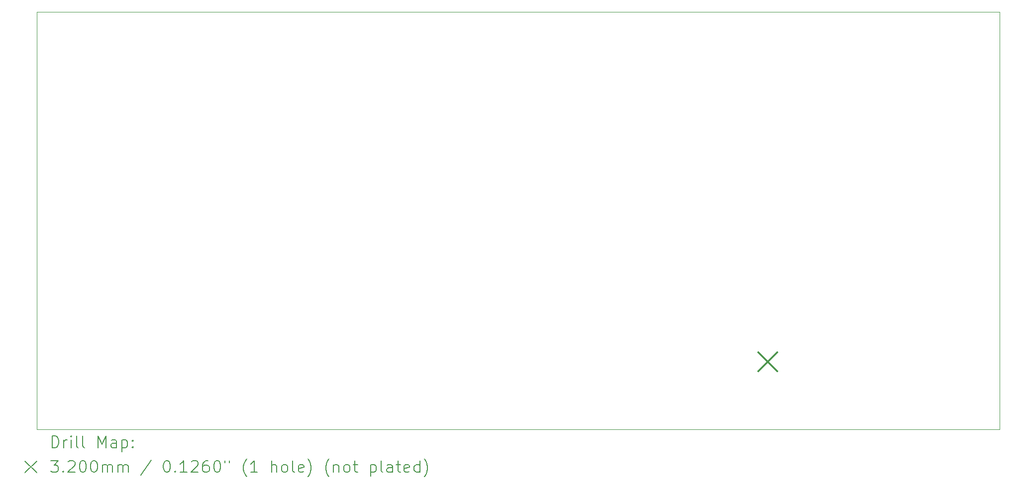
<source format=gbr>
%TF.GenerationSoftware,KiCad,Pcbnew,8.0.8*%
%TF.CreationDate,2025-03-28T10:57:33-04:00*%
%TF.ProjectId,rear_lights_unit,72656172-5f6c-4696-9768-74735f756e69,0*%
%TF.SameCoordinates,Original*%
%TF.FileFunction,Drillmap*%
%TF.FilePolarity,Positive*%
%FSLAX45Y45*%
G04 Gerber Fmt 4.5, Leading zero omitted, Abs format (unit mm)*
G04 Created by KiCad (PCBNEW 8.0.8) date 2025-03-28 10:57:33*
%MOMM*%
%LPD*%
G01*
G04 APERTURE LIST*
%ADD10C,0.050000*%
%ADD11C,0.200000*%
%ADD12C,0.320000*%
G04 APERTURE END LIST*
D10*
X5207000Y-5080000D02*
X21590000Y-5080000D01*
X21590000Y-12192000D01*
X5207000Y-12192000D01*
X5207000Y-5080000D01*
D11*
D12*
X17480510Y-10885210D02*
X17800510Y-11205210D01*
X17800510Y-10885210D02*
X17480510Y-11205210D01*
D11*
X5465277Y-12505984D02*
X5465277Y-12305984D01*
X5465277Y-12305984D02*
X5512896Y-12305984D01*
X5512896Y-12305984D02*
X5541467Y-12315508D01*
X5541467Y-12315508D02*
X5560515Y-12334555D01*
X5560515Y-12334555D02*
X5570039Y-12353603D01*
X5570039Y-12353603D02*
X5579563Y-12391698D01*
X5579563Y-12391698D02*
X5579563Y-12420269D01*
X5579563Y-12420269D02*
X5570039Y-12458365D01*
X5570039Y-12458365D02*
X5560515Y-12477412D01*
X5560515Y-12477412D02*
X5541467Y-12496460D01*
X5541467Y-12496460D02*
X5512896Y-12505984D01*
X5512896Y-12505984D02*
X5465277Y-12505984D01*
X5665277Y-12505984D02*
X5665277Y-12372650D01*
X5665277Y-12410746D02*
X5674801Y-12391698D01*
X5674801Y-12391698D02*
X5684324Y-12382174D01*
X5684324Y-12382174D02*
X5703372Y-12372650D01*
X5703372Y-12372650D02*
X5722420Y-12372650D01*
X5789086Y-12505984D02*
X5789086Y-12372650D01*
X5789086Y-12305984D02*
X5779562Y-12315508D01*
X5779562Y-12315508D02*
X5789086Y-12325031D01*
X5789086Y-12325031D02*
X5798610Y-12315508D01*
X5798610Y-12315508D02*
X5789086Y-12305984D01*
X5789086Y-12305984D02*
X5789086Y-12325031D01*
X5912896Y-12505984D02*
X5893848Y-12496460D01*
X5893848Y-12496460D02*
X5884324Y-12477412D01*
X5884324Y-12477412D02*
X5884324Y-12305984D01*
X6017658Y-12505984D02*
X5998610Y-12496460D01*
X5998610Y-12496460D02*
X5989086Y-12477412D01*
X5989086Y-12477412D02*
X5989086Y-12305984D01*
X6246229Y-12505984D02*
X6246229Y-12305984D01*
X6246229Y-12305984D02*
X6312896Y-12448841D01*
X6312896Y-12448841D02*
X6379562Y-12305984D01*
X6379562Y-12305984D02*
X6379562Y-12505984D01*
X6560515Y-12505984D02*
X6560515Y-12401222D01*
X6560515Y-12401222D02*
X6550991Y-12382174D01*
X6550991Y-12382174D02*
X6531943Y-12372650D01*
X6531943Y-12372650D02*
X6493848Y-12372650D01*
X6493848Y-12372650D02*
X6474801Y-12382174D01*
X6560515Y-12496460D02*
X6541467Y-12505984D01*
X6541467Y-12505984D02*
X6493848Y-12505984D01*
X6493848Y-12505984D02*
X6474801Y-12496460D01*
X6474801Y-12496460D02*
X6465277Y-12477412D01*
X6465277Y-12477412D02*
X6465277Y-12458365D01*
X6465277Y-12458365D02*
X6474801Y-12439317D01*
X6474801Y-12439317D02*
X6493848Y-12429793D01*
X6493848Y-12429793D02*
X6541467Y-12429793D01*
X6541467Y-12429793D02*
X6560515Y-12420269D01*
X6655753Y-12372650D02*
X6655753Y-12572650D01*
X6655753Y-12382174D02*
X6674801Y-12372650D01*
X6674801Y-12372650D02*
X6712896Y-12372650D01*
X6712896Y-12372650D02*
X6731943Y-12382174D01*
X6731943Y-12382174D02*
X6741467Y-12391698D01*
X6741467Y-12391698D02*
X6750991Y-12410746D01*
X6750991Y-12410746D02*
X6750991Y-12467888D01*
X6750991Y-12467888D02*
X6741467Y-12486936D01*
X6741467Y-12486936D02*
X6731943Y-12496460D01*
X6731943Y-12496460D02*
X6712896Y-12505984D01*
X6712896Y-12505984D02*
X6674801Y-12505984D01*
X6674801Y-12505984D02*
X6655753Y-12496460D01*
X6836705Y-12486936D02*
X6846229Y-12496460D01*
X6846229Y-12496460D02*
X6836705Y-12505984D01*
X6836705Y-12505984D02*
X6827182Y-12496460D01*
X6827182Y-12496460D02*
X6836705Y-12486936D01*
X6836705Y-12486936D02*
X6836705Y-12505984D01*
X6836705Y-12382174D02*
X6846229Y-12391698D01*
X6846229Y-12391698D02*
X6836705Y-12401222D01*
X6836705Y-12401222D02*
X6827182Y-12391698D01*
X6827182Y-12391698D02*
X6836705Y-12382174D01*
X6836705Y-12382174D02*
X6836705Y-12401222D01*
X5004500Y-12734500D02*
X5204500Y-12934500D01*
X5204500Y-12734500D02*
X5004500Y-12934500D01*
X5446229Y-12725984D02*
X5570039Y-12725984D01*
X5570039Y-12725984D02*
X5503372Y-12802174D01*
X5503372Y-12802174D02*
X5531944Y-12802174D01*
X5531944Y-12802174D02*
X5550991Y-12811698D01*
X5550991Y-12811698D02*
X5560515Y-12821222D01*
X5560515Y-12821222D02*
X5570039Y-12840269D01*
X5570039Y-12840269D02*
X5570039Y-12887888D01*
X5570039Y-12887888D02*
X5560515Y-12906936D01*
X5560515Y-12906936D02*
X5550991Y-12916460D01*
X5550991Y-12916460D02*
X5531944Y-12925984D01*
X5531944Y-12925984D02*
X5474801Y-12925984D01*
X5474801Y-12925984D02*
X5455753Y-12916460D01*
X5455753Y-12916460D02*
X5446229Y-12906936D01*
X5655753Y-12906936D02*
X5665277Y-12916460D01*
X5665277Y-12916460D02*
X5655753Y-12925984D01*
X5655753Y-12925984D02*
X5646229Y-12916460D01*
X5646229Y-12916460D02*
X5655753Y-12906936D01*
X5655753Y-12906936D02*
X5655753Y-12925984D01*
X5741467Y-12745031D02*
X5750991Y-12735508D01*
X5750991Y-12735508D02*
X5770039Y-12725984D01*
X5770039Y-12725984D02*
X5817658Y-12725984D01*
X5817658Y-12725984D02*
X5836705Y-12735508D01*
X5836705Y-12735508D02*
X5846229Y-12745031D01*
X5846229Y-12745031D02*
X5855753Y-12764079D01*
X5855753Y-12764079D02*
X5855753Y-12783127D01*
X5855753Y-12783127D02*
X5846229Y-12811698D01*
X5846229Y-12811698D02*
X5731943Y-12925984D01*
X5731943Y-12925984D02*
X5855753Y-12925984D01*
X5979562Y-12725984D02*
X5998610Y-12725984D01*
X5998610Y-12725984D02*
X6017658Y-12735508D01*
X6017658Y-12735508D02*
X6027182Y-12745031D01*
X6027182Y-12745031D02*
X6036705Y-12764079D01*
X6036705Y-12764079D02*
X6046229Y-12802174D01*
X6046229Y-12802174D02*
X6046229Y-12849793D01*
X6046229Y-12849793D02*
X6036705Y-12887888D01*
X6036705Y-12887888D02*
X6027182Y-12906936D01*
X6027182Y-12906936D02*
X6017658Y-12916460D01*
X6017658Y-12916460D02*
X5998610Y-12925984D01*
X5998610Y-12925984D02*
X5979562Y-12925984D01*
X5979562Y-12925984D02*
X5960515Y-12916460D01*
X5960515Y-12916460D02*
X5950991Y-12906936D01*
X5950991Y-12906936D02*
X5941467Y-12887888D01*
X5941467Y-12887888D02*
X5931943Y-12849793D01*
X5931943Y-12849793D02*
X5931943Y-12802174D01*
X5931943Y-12802174D02*
X5941467Y-12764079D01*
X5941467Y-12764079D02*
X5950991Y-12745031D01*
X5950991Y-12745031D02*
X5960515Y-12735508D01*
X5960515Y-12735508D02*
X5979562Y-12725984D01*
X6170039Y-12725984D02*
X6189086Y-12725984D01*
X6189086Y-12725984D02*
X6208134Y-12735508D01*
X6208134Y-12735508D02*
X6217658Y-12745031D01*
X6217658Y-12745031D02*
X6227182Y-12764079D01*
X6227182Y-12764079D02*
X6236705Y-12802174D01*
X6236705Y-12802174D02*
X6236705Y-12849793D01*
X6236705Y-12849793D02*
X6227182Y-12887888D01*
X6227182Y-12887888D02*
X6217658Y-12906936D01*
X6217658Y-12906936D02*
X6208134Y-12916460D01*
X6208134Y-12916460D02*
X6189086Y-12925984D01*
X6189086Y-12925984D02*
X6170039Y-12925984D01*
X6170039Y-12925984D02*
X6150991Y-12916460D01*
X6150991Y-12916460D02*
X6141467Y-12906936D01*
X6141467Y-12906936D02*
X6131943Y-12887888D01*
X6131943Y-12887888D02*
X6122420Y-12849793D01*
X6122420Y-12849793D02*
X6122420Y-12802174D01*
X6122420Y-12802174D02*
X6131943Y-12764079D01*
X6131943Y-12764079D02*
X6141467Y-12745031D01*
X6141467Y-12745031D02*
X6150991Y-12735508D01*
X6150991Y-12735508D02*
X6170039Y-12725984D01*
X6322420Y-12925984D02*
X6322420Y-12792650D01*
X6322420Y-12811698D02*
X6331943Y-12802174D01*
X6331943Y-12802174D02*
X6350991Y-12792650D01*
X6350991Y-12792650D02*
X6379563Y-12792650D01*
X6379563Y-12792650D02*
X6398610Y-12802174D01*
X6398610Y-12802174D02*
X6408134Y-12821222D01*
X6408134Y-12821222D02*
X6408134Y-12925984D01*
X6408134Y-12821222D02*
X6417658Y-12802174D01*
X6417658Y-12802174D02*
X6436705Y-12792650D01*
X6436705Y-12792650D02*
X6465277Y-12792650D01*
X6465277Y-12792650D02*
X6484324Y-12802174D01*
X6484324Y-12802174D02*
X6493848Y-12821222D01*
X6493848Y-12821222D02*
X6493848Y-12925984D01*
X6589086Y-12925984D02*
X6589086Y-12792650D01*
X6589086Y-12811698D02*
X6598610Y-12802174D01*
X6598610Y-12802174D02*
X6617658Y-12792650D01*
X6617658Y-12792650D02*
X6646229Y-12792650D01*
X6646229Y-12792650D02*
X6665277Y-12802174D01*
X6665277Y-12802174D02*
X6674801Y-12821222D01*
X6674801Y-12821222D02*
X6674801Y-12925984D01*
X6674801Y-12821222D02*
X6684324Y-12802174D01*
X6684324Y-12802174D02*
X6703372Y-12792650D01*
X6703372Y-12792650D02*
X6731943Y-12792650D01*
X6731943Y-12792650D02*
X6750991Y-12802174D01*
X6750991Y-12802174D02*
X6760515Y-12821222D01*
X6760515Y-12821222D02*
X6760515Y-12925984D01*
X7150991Y-12716460D02*
X6979563Y-12973603D01*
X7408134Y-12725984D02*
X7427182Y-12725984D01*
X7427182Y-12725984D02*
X7446229Y-12735508D01*
X7446229Y-12735508D02*
X7455753Y-12745031D01*
X7455753Y-12745031D02*
X7465277Y-12764079D01*
X7465277Y-12764079D02*
X7474801Y-12802174D01*
X7474801Y-12802174D02*
X7474801Y-12849793D01*
X7474801Y-12849793D02*
X7465277Y-12887888D01*
X7465277Y-12887888D02*
X7455753Y-12906936D01*
X7455753Y-12906936D02*
X7446229Y-12916460D01*
X7446229Y-12916460D02*
X7427182Y-12925984D01*
X7427182Y-12925984D02*
X7408134Y-12925984D01*
X7408134Y-12925984D02*
X7389086Y-12916460D01*
X7389086Y-12916460D02*
X7379563Y-12906936D01*
X7379563Y-12906936D02*
X7370039Y-12887888D01*
X7370039Y-12887888D02*
X7360515Y-12849793D01*
X7360515Y-12849793D02*
X7360515Y-12802174D01*
X7360515Y-12802174D02*
X7370039Y-12764079D01*
X7370039Y-12764079D02*
X7379563Y-12745031D01*
X7379563Y-12745031D02*
X7389086Y-12735508D01*
X7389086Y-12735508D02*
X7408134Y-12725984D01*
X7560515Y-12906936D02*
X7570039Y-12916460D01*
X7570039Y-12916460D02*
X7560515Y-12925984D01*
X7560515Y-12925984D02*
X7550991Y-12916460D01*
X7550991Y-12916460D02*
X7560515Y-12906936D01*
X7560515Y-12906936D02*
X7560515Y-12925984D01*
X7760515Y-12925984D02*
X7646229Y-12925984D01*
X7703372Y-12925984D02*
X7703372Y-12725984D01*
X7703372Y-12725984D02*
X7684325Y-12754555D01*
X7684325Y-12754555D02*
X7665277Y-12773603D01*
X7665277Y-12773603D02*
X7646229Y-12783127D01*
X7836706Y-12745031D02*
X7846229Y-12735508D01*
X7846229Y-12735508D02*
X7865277Y-12725984D01*
X7865277Y-12725984D02*
X7912896Y-12725984D01*
X7912896Y-12725984D02*
X7931944Y-12735508D01*
X7931944Y-12735508D02*
X7941467Y-12745031D01*
X7941467Y-12745031D02*
X7950991Y-12764079D01*
X7950991Y-12764079D02*
X7950991Y-12783127D01*
X7950991Y-12783127D02*
X7941467Y-12811698D01*
X7941467Y-12811698D02*
X7827182Y-12925984D01*
X7827182Y-12925984D02*
X7950991Y-12925984D01*
X8122420Y-12725984D02*
X8084325Y-12725984D01*
X8084325Y-12725984D02*
X8065277Y-12735508D01*
X8065277Y-12735508D02*
X8055753Y-12745031D01*
X8055753Y-12745031D02*
X8036706Y-12773603D01*
X8036706Y-12773603D02*
X8027182Y-12811698D01*
X8027182Y-12811698D02*
X8027182Y-12887888D01*
X8027182Y-12887888D02*
X8036706Y-12906936D01*
X8036706Y-12906936D02*
X8046229Y-12916460D01*
X8046229Y-12916460D02*
X8065277Y-12925984D01*
X8065277Y-12925984D02*
X8103372Y-12925984D01*
X8103372Y-12925984D02*
X8122420Y-12916460D01*
X8122420Y-12916460D02*
X8131944Y-12906936D01*
X8131944Y-12906936D02*
X8141467Y-12887888D01*
X8141467Y-12887888D02*
X8141467Y-12840269D01*
X8141467Y-12840269D02*
X8131944Y-12821222D01*
X8131944Y-12821222D02*
X8122420Y-12811698D01*
X8122420Y-12811698D02*
X8103372Y-12802174D01*
X8103372Y-12802174D02*
X8065277Y-12802174D01*
X8065277Y-12802174D02*
X8046229Y-12811698D01*
X8046229Y-12811698D02*
X8036706Y-12821222D01*
X8036706Y-12821222D02*
X8027182Y-12840269D01*
X8265277Y-12725984D02*
X8284325Y-12725984D01*
X8284325Y-12725984D02*
X8303372Y-12735508D01*
X8303372Y-12735508D02*
X8312896Y-12745031D01*
X8312896Y-12745031D02*
X8322420Y-12764079D01*
X8322420Y-12764079D02*
X8331944Y-12802174D01*
X8331944Y-12802174D02*
X8331944Y-12849793D01*
X8331944Y-12849793D02*
X8322420Y-12887888D01*
X8322420Y-12887888D02*
X8312896Y-12906936D01*
X8312896Y-12906936D02*
X8303372Y-12916460D01*
X8303372Y-12916460D02*
X8284325Y-12925984D01*
X8284325Y-12925984D02*
X8265277Y-12925984D01*
X8265277Y-12925984D02*
X8246229Y-12916460D01*
X8246229Y-12916460D02*
X8236706Y-12906936D01*
X8236706Y-12906936D02*
X8227182Y-12887888D01*
X8227182Y-12887888D02*
X8217658Y-12849793D01*
X8217658Y-12849793D02*
X8217658Y-12802174D01*
X8217658Y-12802174D02*
X8227182Y-12764079D01*
X8227182Y-12764079D02*
X8236706Y-12745031D01*
X8236706Y-12745031D02*
X8246229Y-12735508D01*
X8246229Y-12735508D02*
X8265277Y-12725984D01*
X8408134Y-12725984D02*
X8408134Y-12764079D01*
X8484325Y-12725984D02*
X8484325Y-12764079D01*
X8779563Y-13002174D02*
X8770039Y-12992650D01*
X8770039Y-12992650D02*
X8750991Y-12964079D01*
X8750991Y-12964079D02*
X8741468Y-12945031D01*
X8741468Y-12945031D02*
X8731944Y-12916460D01*
X8731944Y-12916460D02*
X8722420Y-12868841D01*
X8722420Y-12868841D02*
X8722420Y-12830746D01*
X8722420Y-12830746D02*
X8731944Y-12783127D01*
X8731944Y-12783127D02*
X8741468Y-12754555D01*
X8741468Y-12754555D02*
X8750991Y-12735508D01*
X8750991Y-12735508D02*
X8770039Y-12706936D01*
X8770039Y-12706936D02*
X8779563Y-12697412D01*
X8960515Y-12925984D02*
X8846230Y-12925984D01*
X8903372Y-12925984D02*
X8903372Y-12725984D01*
X8903372Y-12725984D02*
X8884325Y-12754555D01*
X8884325Y-12754555D02*
X8865277Y-12773603D01*
X8865277Y-12773603D02*
X8846230Y-12783127D01*
X9198611Y-12925984D02*
X9198611Y-12725984D01*
X9284325Y-12925984D02*
X9284325Y-12821222D01*
X9284325Y-12821222D02*
X9274801Y-12802174D01*
X9274801Y-12802174D02*
X9255753Y-12792650D01*
X9255753Y-12792650D02*
X9227182Y-12792650D01*
X9227182Y-12792650D02*
X9208134Y-12802174D01*
X9208134Y-12802174D02*
X9198611Y-12811698D01*
X9408134Y-12925984D02*
X9389087Y-12916460D01*
X9389087Y-12916460D02*
X9379563Y-12906936D01*
X9379563Y-12906936D02*
X9370039Y-12887888D01*
X9370039Y-12887888D02*
X9370039Y-12830746D01*
X9370039Y-12830746D02*
X9379563Y-12811698D01*
X9379563Y-12811698D02*
X9389087Y-12802174D01*
X9389087Y-12802174D02*
X9408134Y-12792650D01*
X9408134Y-12792650D02*
X9436706Y-12792650D01*
X9436706Y-12792650D02*
X9455753Y-12802174D01*
X9455753Y-12802174D02*
X9465277Y-12811698D01*
X9465277Y-12811698D02*
X9474801Y-12830746D01*
X9474801Y-12830746D02*
X9474801Y-12887888D01*
X9474801Y-12887888D02*
X9465277Y-12906936D01*
X9465277Y-12906936D02*
X9455753Y-12916460D01*
X9455753Y-12916460D02*
X9436706Y-12925984D01*
X9436706Y-12925984D02*
X9408134Y-12925984D01*
X9589087Y-12925984D02*
X9570039Y-12916460D01*
X9570039Y-12916460D02*
X9560515Y-12897412D01*
X9560515Y-12897412D02*
X9560515Y-12725984D01*
X9741468Y-12916460D02*
X9722420Y-12925984D01*
X9722420Y-12925984D02*
X9684325Y-12925984D01*
X9684325Y-12925984D02*
X9665277Y-12916460D01*
X9665277Y-12916460D02*
X9655753Y-12897412D01*
X9655753Y-12897412D02*
X9655753Y-12821222D01*
X9655753Y-12821222D02*
X9665277Y-12802174D01*
X9665277Y-12802174D02*
X9684325Y-12792650D01*
X9684325Y-12792650D02*
X9722420Y-12792650D01*
X9722420Y-12792650D02*
X9741468Y-12802174D01*
X9741468Y-12802174D02*
X9750992Y-12821222D01*
X9750992Y-12821222D02*
X9750992Y-12840269D01*
X9750992Y-12840269D02*
X9655753Y-12859317D01*
X9817658Y-13002174D02*
X9827182Y-12992650D01*
X9827182Y-12992650D02*
X9846230Y-12964079D01*
X9846230Y-12964079D02*
X9855753Y-12945031D01*
X9855753Y-12945031D02*
X9865277Y-12916460D01*
X9865277Y-12916460D02*
X9874801Y-12868841D01*
X9874801Y-12868841D02*
X9874801Y-12830746D01*
X9874801Y-12830746D02*
X9865277Y-12783127D01*
X9865277Y-12783127D02*
X9855753Y-12754555D01*
X9855753Y-12754555D02*
X9846230Y-12735508D01*
X9846230Y-12735508D02*
X9827182Y-12706936D01*
X9827182Y-12706936D02*
X9817658Y-12697412D01*
X10179563Y-13002174D02*
X10170039Y-12992650D01*
X10170039Y-12992650D02*
X10150992Y-12964079D01*
X10150992Y-12964079D02*
X10141468Y-12945031D01*
X10141468Y-12945031D02*
X10131944Y-12916460D01*
X10131944Y-12916460D02*
X10122420Y-12868841D01*
X10122420Y-12868841D02*
X10122420Y-12830746D01*
X10122420Y-12830746D02*
X10131944Y-12783127D01*
X10131944Y-12783127D02*
X10141468Y-12754555D01*
X10141468Y-12754555D02*
X10150992Y-12735508D01*
X10150992Y-12735508D02*
X10170039Y-12706936D01*
X10170039Y-12706936D02*
X10179563Y-12697412D01*
X10255753Y-12792650D02*
X10255753Y-12925984D01*
X10255753Y-12811698D02*
X10265277Y-12802174D01*
X10265277Y-12802174D02*
X10284325Y-12792650D01*
X10284325Y-12792650D02*
X10312896Y-12792650D01*
X10312896Y-12792650D02*
X10331944Y-12802174D01*
X10331944Y-12802174D02*
X10341468Y-12821222D01*
X10341468Y-12821222D02*
X10341468Y-12925984D01*
X10465277Y-12925984D02*
X10446230Y-12916460D01*
X10446230Y-12916460D02*
X10436706Y-12906936D01*
X10436706Y-12906936D02*
X10427182Y-12887888D01*
X10427182Y-12887888D02*
X10427182Y-12830746D01*
X10427182Y-12830746D02*
X10436706Y-12811698D01*
X10436706Y-12811698D02*
X10446230Y-12802174D01*
X10446230Y-12802174D02*
X10465277Y-12792650D01*
X10465277Y-12792650D02*
X10493849Y-12792650D01*
X10493849Y-12792650D02*
X10512896Y-12802174D01*
X10512896Y-12802174D02*
X10522420Y-12811698D01*
X10522420Y-12811698D02*
X10531944Y-12830746D01*
X10531944Y-12830746D02*
X10531944Y-12887888D01*
X10531944Y-12887888D02*
X10522420Y-12906936D01*
X10522420Y-12906936D02*
X10512896Y-12916460D01*
X10512896Y-12916460D02*
X10493849Y-12925984D01*
X10493849Y-12925984D02*
X10465277Y-12925984D01*
X10589087Y-12792650D02*
X10665277Y-12792650D01*
X10617658Y-12725984D02*
X10617658Y-12897412D01*
X10617658Y-12897412D02*
X10627182Y-12916460D01*
X10627182Y-12916460D02*
X10646230Y-12925984D01*
X10646230Y-12925984D02*
X10665277Y-12925984D01*
X10884325Y-12792650D02*
X10884325Y-12992650D01*
X10884325Y-12802174D02*
X10903373Y-12792650D01*
X10903373Y-12792650D02*
X10941468Y-12792650D01*
X10941468Y-12792650D02*
X10960515Y-12802174D01*
X10960515Y-12802174D02*
X10970039Y-12811698D01*
X10970039Y-12811698D02*
X10979563Y-12830746D01*
X10979563Y-12830746D02*
X10979563Y-12887888D01*
X10979563Y-12887888D02*
X10970039Y-12906936D01*
X10970039Y-12906936D02*
X10960515Y-12916460D01*
X10960515Y-12916460D02*
X10941468Y-12925984D01*
X10941468Y-12925984D02*
X10903373Y-12925984D01*
X10903373Y-12925984D02*
X10884325Y-12916460D01*
X11093849Y-12925984D02*
X11074801Y-12916460D01*
X11074801Y-12916460D02*
X11065277Y-12897412D01*
X11065277Y-12897412D02*
X11065277Y-12725984D01*
X11255753Y-12925984D02*
X11255753Y-12821222D01*
X11255753Y-12821222D02*
X11246230Y-12802174D01*
X11246230Y-12802174D02*
X11227182Y-12792650D01*
X11227182Y-12792650D02*
X11189087Y-12792650D01*
X11189087Y-12792650D02*
X11170039Y-12802174D01*
X11255753Y-12916460D02*
X11236706Y-12925984D01*
X11236706Y-12925984D02*
X11189087Y-12925984D01*
X11189087Y-12925984D02*
X11170039Y-12916460D01*
X11170039Y-12916460D02*
X11160515Y-12897412D01*
X11160515Y-12897412D02*
X11160515Y-12878365D01*
X11160515Y-12878365D02*
X11170039Y-12859317D01*
X11170039Y-12859317D02*
X11189087Y-12849793D01*
X11189087Y-12849793D02*
X11236706Y-12849793D01*
X11236706Y-12849793D02*
X11255753Y-12840269D01*
X11322420Y-12792650D02*
X11398611Y-12792650D01*
X11350992Y-12725984D02*
X11350992Y-12897412D01*
X11350992Y-12897412D02*
X11360515Y-12916460D01*
X11360515Y-12916460D02*
X11379563Y-12925984D01*
X11379563Y-12925984D02*
X11398611Y-12925984D01*
X11541468Y-12916460D02*
X11522420Y-12925984D01*
X11522420Y-12925984D02*
X11484325Y-12925984D01*
X11484325Y-12925984D02*
X11465277Y-12916460D01*
X11465277Y-12916460D02*
X11455753Y-12897412D01*
X11455753Y-12897412D02*
X11455753Y-12821222D01*
X11455753Y-12821222D02*
X11465277Y-12802174D01*
X11465277Y-12802174D02*
X11484325Y-12792650D01*
X11484325Y-12792650D02*
X11522420Y-12792650D01*
X11522420Y-12792650D02*
X11541468Y-12802174D01*
X11541468Y-12802174D02*
X11550992Y-12821222D01*
X11550992Y-12821222D02*
X11550992Y-12840269D01*
X11550992Y-12840269D02*
X11455753Y-12859317D01*
X11722420Y-12925984D02*
X11722420Y-12725984D01*
X11722420Y-12916460D02*
X11703373Y-12925984D01*
X11703373Y-12925984D02*
X11665277Y-12925984D01*
X11665277Y-12925984D02*
X11646230Y-12916460D01*
X11646230Y-12916460D02*
X11636706Y-12906936D01*
X11636706Y-12906936D02*
X11627182Y-12887888D01*
X11627182Y-12887888D02*
X11627182Y-12830746D01*
X11627182Y-12830746D02*
X11636706Y-12811698D01*
X11636706Y-12811698D02*
X11646230Y-12802174D01*
X11646230Y-12802174D02*
X11665277Y-12792650D01*
X11665277Y-12792650D02*
X11703373Y-12792650D01*
X11703373Y-12792650D02*
X11722420Y-12802174D01*
X11798611Y-13002174D02*
X11808134Y-12992650D01*
X11808134Y-12992650D02*
X11827182Y-12964079D01*
X11827182Y-12964079D02*
X11836706Y-12945031D01*
X11836706Y-12945031D02*
X11846230Y-12916460D01*
X11846230Y-12916460D02*
X11855753Y-12868841D01*
X11855753Y-12868841D02*
X11855753Y-12830746D01*
X11855753Y-12830746D02*
X11846230Y-12783127D01*
X11846230Y-12783127D02*
X11836706Y-12754555D01*
X11836706Y-12754555D02*
X11827182Y-12735508D01*
X11827182Y-12735508D02*
X11808134Y-12706936D01*
X11808134Y-12706936D02*
X11798611Y-12697412D01*
M02*

</source>
